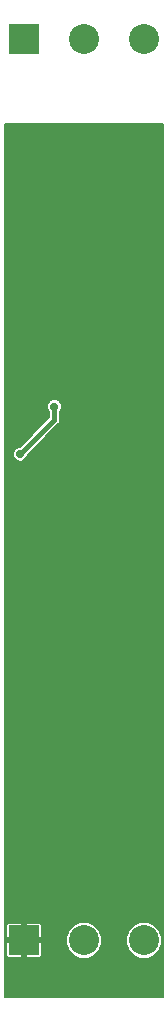
<source format=gbr>
G04 #@! TF.GenerationSoftware,KiCad,Pcbnew,5.0.2*
G04 #@! TF.CreationDate,2020-03-26T08:27:29+01:00*
G04 #@! TF.ProjectId,cowdin-dcdc,636f7764-696e-42d6-9463-64632e6b6963,1*
G04 #@! TF.SameCoordinates,Original*
G04 #@! TF.FileFunction,Copper,L2,Bot*
G04 #@! TF.FilePolarity,Positive*
%FSLAX46Y46*%
G04 Gerber Fmt 4.6, Leading zero omitted, Abs format (unit mm)*
G04 Created by KiCad (PCBNEW 5.0.2) date jeu. 26 mars 2020 08:27:29 CET*
%MOMM*%
%LPD*%
G01*
G04 APERTURE LIST*
G04 #@! TA.AperFunction,ComponentPad*
%ADD10R,2.540000X2.540000*%
G04 #@! TD*
G04 #@! TA.AperFunction,ComponentPad*
%ADD11C,2.540000*%
G04 #@! TD*
G04 #@! TA.AperFunction,ViaPad*
%ADD12C,0.711200*%
G04 #@! TD*
G04 #@! TA.AperFunction,Conductor*
%ADD13C,0.406400*%
G04 #@! TD*
G04 #@! TA.AperFunction,Conductor*
%ADD14C,0.152400*%
G04 #@! TD*
G04 APERTURE END LIST*
D10*
G04 #@! TO.P,P1,1*
G04 #@! TO.N,Net-(P1-Pad1)*
X143420000Y-66830000D03*
D11*
G04 #@! TO.P,P1,3*
G04 #@! TO.N,Net-(F1-Pad1)*
X153580000Y-66830000D03*
G04 #@! TO.P,P1,2*
G04 #@! TO.N,Net-(P1-Pad2)*
X148500000Y-66830000D03*
G04 #@! TD*
G04 #@! TO.P,P2,2*
G04 #@! TO.N,Net-(P2-Pad2)*
X148500000Y-143170000D03*
G04 #@! TO.P,P2,3*
G04 #@! TO.N,VOut*
X153580000Y-143170000D03*
D10*
G04 #@! TO.P,P2,1*
G04 #@! TO.N,GND*
X143420000Y-143170000D03*
G04 #@! TD*
D12*
G04 #@! TO.N,GND*
X147250000Y-76700000D03*
X146250000Y-76700000D03*
X147250000Y-75700000D03*
X146250000Y-75700000D03*
X142100000Y-83000000D03*
X142100000Y-85000000D03*
X142100000Y-87000000D03*
X142100000Y-89000000D03*
X142100000Y-91000000D03*
X142100000Y-93000000D03*
X154150000Y-86400000D03*
X153250000Y-86400000D03*
X152750000Y-84750000D03*
X152750000Y-85650000D03*
X148000000Y-97500000D03*
X148000000Y-96000000D03*
X152500000Y-103250000D03*
X152500000Y-102500000D03*
X152500000Y-104000000D03*
X149250000Y-103250000D03*
X149250000Y-102500000D03*
X149000000Y-101500000D03*
X149000000Y-98500000D03*
X154900000Y-105000000D03*
X154900000Y-103000000D03*
X142100000Y-95000000D03*
X142100000Y-97000000D03*
X142100000Y-99000000D03*
X142100000Y-101000000D03*
X142100000Y-103000000D03*
X142100000Y-105000000D03*
X154900000Y-101000000D03*
X154900000Y-99000000D03*
X154900000Y-97000000D03*
X154900000Y-95000000D03*
X154900000Y-93000000D03*
X144750000Y-102000000D03*
X154900000Y-91000000D03*
X154900000Y-89000000D03*
X154900000Y-87000000D03*
X142100000Y-107000000D03*
X142100000Y-109000000D03*
X142100000Y-111000000D03*
X154900000Y-107000000D03*
X154900000Y-109000000D03*
X154900000Y-111000000D03*
X154900000Y-113000000D03*
X154900000Y-115000000D03*
X154900000Y-117000000D03*
X154900000Y-119000000D03*
X154900000Y-121000000D03*
X154900000Y-123000000D03*
X154900000Y-125000000D03*
X154900000Y-127000000D03*
X154900000Y-129000000D03*
X154900000Y-131000000D03*
X154900000Y-133000000D03*
X154900000Y-135000000D03*
X154900000Y-137000000D03*
X154900000Y-139000000D03*
X146750000Y-127000000D03*
X146750000Y-125000000D03*
X142100000Y-121000000D03*
X142100000Y-131000000D03*
X142100000Y-113000000D03*
X142100000Y-115000000D03*
X142100000Y-117000000D03*
X142100000Y-119000000D03*
X142100000Y-123000000D03*
X142100000Y-127000000D03*
X142100000Y-129000000D03*
X142100000Y-132990000D03*
X142100000Y-135000000D03*
X142100000Y-137000000D03*
X142100000Y-139000000D03*
X142100000Y-125000000D03*
X144420000Y-125000000D03*
X144420000Y-127000000D03*
G04 #@! TO.N,Net-(R5-Pad2)*
X146000000Y-98000000D03*
X143090000Y-102000000D03*
G04 #@! TD*
D13*
G04 #@! TO.N,GND*
X146250000Y-76700000D02*
X146250000Y-78850000D01*
X146250000Y-78850000D02*
X142100000Y-83000000D01*
X142100000Y-87000000D02*
X147580000Y-87000000D01*
X147580000Y-87000000D02*
X149830000Y-84750000D01*
X149830000Y-84750000D02*
X152750000Y-84750000D01*
X148000000Y-96000000D02*
X148000000Y-97500000D01*
X146530000Y-97000000D02*
X147030000Y-97500000D01*
X147030000Y-97500000D02*
X148000000Y-97500000D01*
X154900000Y-105000000D02*
X142100000Y-105000000D01*
X142100000Y-97000000D02*
X146530000Y-97000000D01*
X146750000Y-127000000D02*
X146750000Y-125000000D01*
X154900000Y-123000000D02*
X147620000Y-123000000D01*
X147620000Y-123000000D02*
X146750000Y-123870000D01*
X146750000Y-123870000D02*
X146750000Y-125000000D01*
X143420000Y-143170000D02*
X143420000Y-140320000D01*
X143420000Y-140320000D02*
X142100000Y-139000000D01*
G04 #@! TO.N,Net-(R5-Pad2)*
X146000000Y-98000000D02*
X146000000Y-99090000D01*
X146000000Y-99090000D02*
X143090000Y-102000000D01*
G04 #@! TD*
D14*
G04 #@! TO.N,GND*
G36*
X155196401Y-147946400D02*
X141803600Y-147946400D01*
X141803600Y-143404950D01*
X141921400Y-143404950D01*
X141921400Y-144485472D01*
X141956203Y-144569492D01*
X142020509Y-144633798D01*
X142104529Y-144668600D01*
X143185050Y-144668600D01*
X143242200Y-144611450D01*
X143242200Y-143347800D01*
X143597800Y-143347800D01*
X143597800Y-144611450D01*
X143654950Y-144668600D01*
X144735471Y-144668600D01*
X144819491Y-144633798D01*
X144883797Y-144569492D01*
X144918600Y-144485472D01*
X144918600Y-143404950D01*
X144861450Y-143347800D01*
X143597800Y-143347800D01*
X143242200Y-143347800D01*
X141978550Y-143347800D01*
X141921400Y-143404950D01*
X141803600Y-143404950D01*
X141803600Y-141854528D01*
X141921400Y-141854528D01*
X141921400Y-142935050D01*
X141978550Y-142992200D01*
X143242200Y-142992200D01*
X143242200Y-141728550D01*
X143597800Y-141728550D01*
X143597800Y-142992200D01*
X144861450Y-142992200D01*
X144918600Y-142935050D01*
X144918600Y-142862442D01*
X146953800Y-142862442D01*
X146953800Y-143477558D01*
X147189195Y-144045852D01*
X147624148Y-144480805D01*
X148192442Y-144716200D01*
X148807558Y-144716200D01*
X149375852Y-144480805D01*
X149810805Y-144045852D01*
X150046200Y-143477558D01*
X150046200Y-142862442D01*
X152033800Y-142862442D01*
X152033800Y-143477558D01*
X152269195Y-144045852D01*
X152704148Y-144480805D01*
X153272442Y-144716200D01*
X153887558Y-144716200D01*
X154455852Y-144480805D01*
X154890805Y-144045852D01*
X155126200Y-143477558D01*
X155126200Y-142862442D01*
X154890805Y-142294148D01*
X154455852Y-141859195D01*
X153887558Y-141623800D01*
X153272442Y-141623800D01*
X152704148Y-141859195D01*
X152269195Y-142294148D01*
X152033800Y-142862442D01*
X150046200Y-142862442D01*
X149810805Y-142294148D01*
X149375852Y-141859195D01*
X148807558Y-141623800D01*
X148192442Y-141623800D01*
X147624148Y-141859195D01*
X147189195Y-142294148D01*
X146953800Y-142862442D01*
X144918600Y-142862442D01*
X144918600Y-141854528D01*
X144883797Y-141770508D01*
X144819491Y-141706202D01*
X144735471Y-141671400D01*
X143654950Y-141671400D01*
X143597800Y-141728550D01*
X143242200Y-141728550D01*
X143185050Y-141671400D01*
X142104529Y-141671400D01*
X142020509Y-141706202D01*
X141956203Y-141770508D01*
X141921400Y-141854528D01*
X141803600Y-141854528D01*
X141803600Y-101874327D01*
X142458200Y-101874327D01*
X142458200Y-102125673D01*
X142554386Y-102357886D01*
X142732114Y-102535614D01*
X142964327Y-102631800D01*
X143215673Y-102631800D01*
X143447886Y-102535614D01*
X143625614Y-102357886D01*
X143721800Y-102125673D01*
X143721800Y-102046173D01*
X146305600Y-99462374D01*
X146345628Y-99435628D01*
X146451585Y-99277053D01*
X146479400Y-99137217D01*
X146479400Y-99137213D01*
X146488791Y-99090001D01*
X146479400Y-99042789D01*
X146479400Y-98414100D01*
X146535614Y-98357886D01*
X146631800Y-98125673D01*
X146631800Y-97874327D01*
X146535614Y-97642114D01*
X146357886Y-97464386D01*
X146125673Y-97368200D01*
X145874327Y-97368200D01*
X145642114Y-97464386D01*
X145464386Y-97642114D01*
X145368200Y-97874327D01*
X145368200Y-98125673D01*
X145464386Y-98357886D01*
X145520600Y-98414100D01*
X145520601Y-98891425D01*
X143043827Y-101368200D01*
X142964327Y-101368200D01*
X142732114Y-101464386D01*
X142554386Y-101642114D01*
X142458200Y-101874327D01*
X141803600Y-101874327D01*
X141803600Y-74076200D01*
X155196400Y-74076200D01*
X155196401Y-147946400D01*
X155196401Y-147946400D01*
G37*
X155196401Y-147946400D02*
X141803600Y-147946400D01*
X141803600Y-143404950D01*
X141921400Y-143404950D01*
X141921400Y-144485472D01*
X141956203Y-144569492D01*
X142020509Y-144633798D01*
X142104529Y-144668600D01*
X143185050Y-144668600D01*
X143242200Y-144611450D01*
X143242200Y-143347800D01*
X143597800Y-143347800D01*
X143597800Y-144611450D01*
X143654950Y-144668600D01*
X144735471Y-144668600D01*
X144819491Y-144633798D01*
X144883797Y-144569492D01*
X144918600Y-144485472D01*
X144918600Y-143404950D01*
X144861450Y-143347800D01*
X143597800Y-143347800D01*
X143242200Y-143347800D01*
X141978550Y-143347800D01*
X141921400Y-143404950D01*
X141803600Y-143404950D01*
X141803600Y-141854528D01*
X141921400Y-141854528D01*
X141921400Y-142935050D01*
X141978550Y-142992200D01*
X143242200Y-142992200D01*
X143242200Y-141728550D01*
X143597800Y-141728550D01*
X143597800Y-142992200D01*
X144861450Y-142992200D01*
X144918600Y-142935050D01*
X144918600Y-142862442D01*
X146953800Y-142862442D01*
X146953800Y-143477558D01*
X147189195Y-144045852D01*
X147624148Y-144480805D01*
X148192442Y-144716200D01*
X148807558Y-144716200D01*
X149375852Y-144480805D01*
X149810805Y-144045852D01*
X150046200Y-143477558D01*
X150046200Y-142862442D01*
X152033800Y-142862442D01*
X152033800Y-143477558D01*
X152269195Y-144045852D01*
X152704148Y-144480805D01*
X153272442Y-144716200D01*
X153887558Y-144716200D01*
X154455852Y-144480805D01*
X154890805Y-144045852D01*
X155126200Y-143477558D01*
X155126200Y-142862442D01*
X154890805Y-142294148D01*
X154455852Y-141859195D01*
X153887558Y-141623800D01*
X153272442Y-141623800D01*
X152704148Y-141859195D01*
X152269195Y-142294148D01*
X152033800Y-142862442D01*
X150046200Y-142862442D01*
X149810805Y-142294148D01*
X149375852Y-141859195D01*
X148807558Y-141623800D01*
X148192442Y-141623800D01*
X147624148Y-141859195D01*
X147189195Y-142294148D01*
X146953800Y-142862442D01*
X144918600Y-142862442D01*
X144918600Y-141854528D01*
X144883797Y-141770508D01*
X144819491Y-141706202D01*
X144735471Y-141671400D01*
X143654950Y-141671400D01*
X143597800Y-141728550D01*
X143242200Y-141728550D01*
X143185050Y-141671400D01*
X142104529Y-141671400D01*
X142020509Y-141706202D01*
X141956203Y-141770508D01*
X141921400Y-141854528D01*
X141803600Y-141854528D01*
X141803600Y-101874327D01*
X142458200Y-101874327D01*
X142458200Y-102125673D01*
X142554386Y-102357886D01*
X142732114Y-102535614D01*
X142964327Y-102631800D01*
X143215673Y-102631800D01*
X143447886Y-102535614D01*
X143625614Y-102357886D01*
X143721800Y-102125673D01*
X143721800Y-102046173D01*
X146305600Y-99462374D01*
X146345628Y-99435628D01*
X146451585Y-99277053D01*
X146479400Y-99137217D01*
X146479400Y-99137213D01*
X146488791Y-99090001D01*
X146479400Y-99042789D01*
X146479400Y-98414100D01*
X146535614Y-98357886D01*
X146631800Y-98125673D01*
X146631800Y-97874327D01*
X146535614Y-97642114D01*
X146357886Y-97464386D01*
X146125673Y-97368200D01*
X145874327Y-97368200D01*
X145642114Y-97464386D01*
X145464386Y-97642114D01*
X145368200Y-97874327D01*
X145368200Y-98125673D01*
X145464386Y-98357886D01*
X145520600Y-98414100D01*
X145520601Y-98891425D01*
X143043827Y-101368200D01*
X142964327Y-101368200D01*
X142732114Y-101464386D01*
X142554386Y-101642114D01*
X142458200Y-101874327D01*
X141803600Y-101874327D01*
X141803600Y-74076200D01*
X155196400Y-74076200D01*
X155196401Y-147946400D01*
G04 #@! TD*
M02*

</source>
